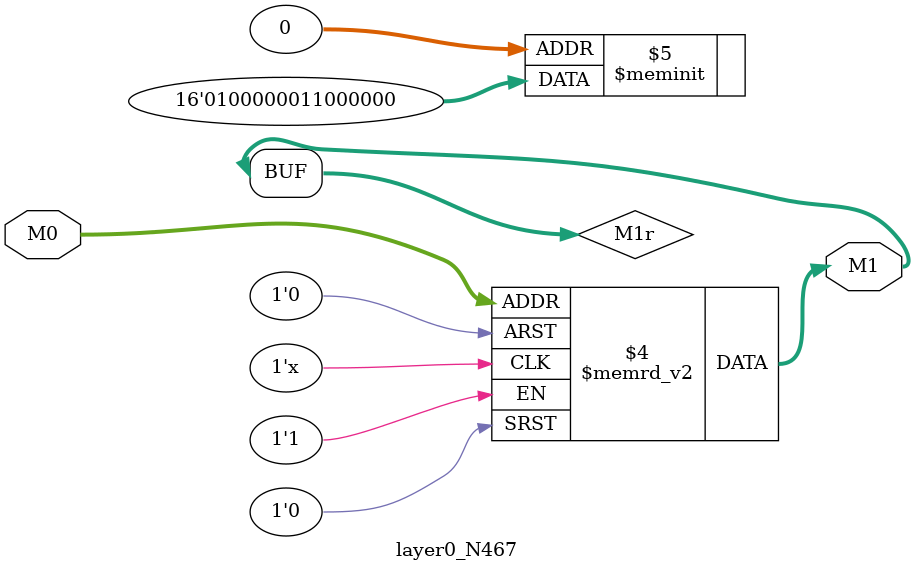
<source format=v>
module layer0_N467 ( input [2:0] M0, output [1:0] M1 );

	(*rom_style = "distributed" *) reg [1:0] M1r;
	assign M1 = M1r;
	always @ (M0) begin
		case (M0)
			3'b000: M1r = 2'b00;
			3'b100: M1r = 2'b00;
			3'b010: M1r = 2'b00;
			3'b110: M1r = 2'b00;
			3'b001: M1r = 2'b00;
			3'b101: M1r = 2'b00;
			3'b011: M1r = 2'b11;
			3'b111: M1r = 2'b01;

		endcase
	end
endmodule

</source>
